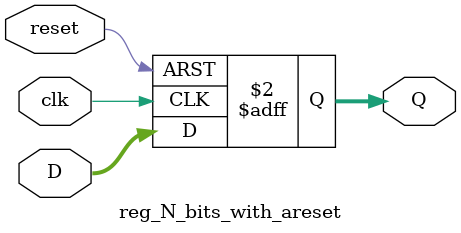
<source format=v>
module reg_N_bits_with_areset(
	input reset, clk,
	input [N-1:0] D,
	output reg [N-1:0] Q);
	
	parameter N = 8;
		
	always @(posedge clk or posedge reset)
		if (reset)
			Q = 0;
		else if (clk)
			Q = D;
		
endmodule

</source>
